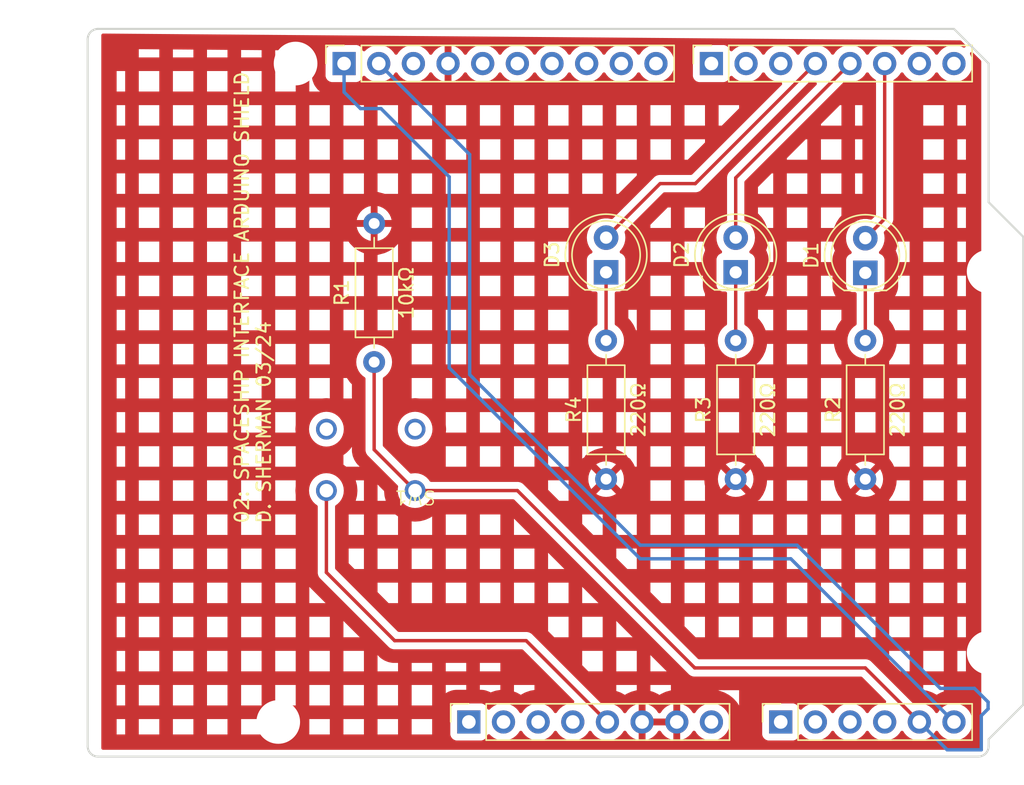
<source format=kicad_pcb>
(kicad_pcb (version 20240108) (generator "pcbnew") (generator_version "8.0")
  (title_block (date "mar. 31 mars 2015"))
  (layers (0 "F.Cu" signal) (31 "B.Cu" signal) (34 "B.Paste" user) (35 "F.Paste" user) (36 "B.SilkS" user "B.Silkscreen") (37 "F.SilkS" user "F.Silkscreen") (38 "B.Mask" user) (39 "F.Mask" user) (44 "Edge.Cuts" user))
  (net 0 "")
  (net 1 "GND")
  (net 3 "+5V")
  (net 4 "/IOREF")
  (net 5 "/A0")
  (net 6 "/A1")
  (net 7 "/A2")
  (net 8 "/A3")
  (net 9 "/SDA{slash}A4")
  (net 10 "/SCL{slash}A5")
  (net 11 "/13")
  (net 12 "/12")
  (net 13 "/AREF")
  (net 14 "/8")
  (net 15 "/7")
  (net 16 "/*11")
  (net 17 "/*10")
  (net 18 "/*9")
  (net 19 "/4")
  (net 20 "/2")
  (net 21 "/*6")
  (net 22 "/*5")
  (net 23 "/TX{slash}1")
  (net 24 "/*3")
  (net 25 "/RX{slash}0")
  (net 26 "+3V3")
  (net 27 "VCC")
  (net 28 "/~{RESET}")
  (net 29 "Net-(D1-K)")
  (net 30 "Net-(D2-K)")
  (net 31 "Net-(D3-K)")
  (footprint "Connector_PinSocket_2.54mm:PinSocket_1x08_P2.54mm_Vertical" (layer "F.Cu") (at 127.94 97.46 90)
    (property "Reference" "J1" (hide yes))
    (property "Value" "Power")
    (fp_line (start 1.33 -1.33) (end 1.33 0) (stroke (width 0.12)) (layer "F.SilkS"))
    (fp_line (start 0 -1.33) (end 1.33 -1.33) (stroke (width 0.12)) (layer "F.SilkS"))
    (fp_line (start 1.33 1.27) (end 1.33 19.11) (stroke (width 0.12)) (layer "F.SilkS"))
    (fp_line (start -1.33 1.27) (end 1.33 1.27) (stroke (width 0.12)) (layer "F.SilkS"))
    (fp_line (start -1.33 1.27) (end -1.33 19.11) (stroke (width 0.12)) (layer "F.SilkS"))
    (fp_line (start -1.33 19.11) (end 1.33 19.11) (stroke (width 0.12)) (layer "F.SilkS"))
    (pad "1" thru_hole rect (at 0 0 90) (size 1.7 1.7) (drill 1) (layers "*.Cu" "*.Mask"))
    (pad "2" thru_hole oval (at 0 2.54 90) (size 1.7 1.7) (drill 1) (layers "*.Cu" "*.Mask") (net 4 "/IOREF"))
    (pad "3" thru_hole oval (at 0 5.08 90) (size 1.7 1.7) (drill 1) (layers "*.Cu" "*.Mask") (net 28 "/~{RESET}"))
    (pad "4" thru_hole oval (at 0 7.62 90) (size 1.7 1.7) (drill 1) (layers "*.Cu" "*.Mask") (net 26 "+3V3"))
    (pad "5" thru_hole oval (at 0 10.16 90) (size 1.7 1.7) (drill 1) (layers "*.Cu" "*.Mask") (net 3 "+5V"))
    (pad "6" thru_hole oval (at 0 12.7 90) (size 1.7 1.7) (drill 1) (layers "*.Cu" "*.Mask") (net 1 "GND"))
    (pad "7" thru_hole oval (at 0 15.24 90) (size 1.7 1.7) (drill 1) (layers "*.Cu" "*.Mask") (net 1 "GND"))
    (pad "8" thru_hole oval (at 0 17.78 90) (size 1.7 1.7) (drill 1) (layers "*.Cu" "*.Mask") (net 27 "VCC"))
  )
  (footprint "Connector_PinSocket_2.54mm:PinSocket_1x06_P2.54mm_Vertical" (layer "F.Cu") (at 150.8 97.46 90)
    (property "Reference" "J3" (hide yes))
    (property "Value" "Analog")
    (fp_line (start 1.33 -1.33) (end 1.33 0) (stroke (width 0.12)) (layer "F.SilkS"))
    (fp_line (start 0 -1.33) (end 1.33 -1.33) (stroke (width 0.12)) (layer "F.SilkS"))
    (fp_line (start 1.33 1.27) (end 1.33 14.03) (stroke (width 0.12)) (layer "F.SilkS"))
    (fp_line (start -1.33 1.27) (end 1.33 1.27) (stroke (width 0.12)) (layer "F.SilkS"))
    (fp_line (start -1.33 1.27) (end -1.33 14.03) (stroke (width 0.12)) (layer "F.SilkS"))
    (fp_line (start -1.33 14.03) (end 1.33 14.03) (stroke (width 0.12)) (layer "F.SilkS"))
    (pad "1" thru_hole rect (at 0 0 90) (size 1.7 1.7) (drill 1) (layers "*.Cu" "*.Mask") (net 5 "/A0"))
    (pad "2" thru_hole oval (at 0 2.54 90) (size 1.7 1.7) (drill 1) (layers "*.Cu" "*.Mask") (net 6 "/A1"))
    (pad "3" thru_hole oval (at 0 5.08 90) (size 1.7 1.7) (drill 1) (layers "*.Cu" "*.Mask") (net 7 "/A2"))
    (pad "4" thru_hole oval (at 0 7.62 90) (size 1.7 1.7) (drill 1) (layers "*.Cu" "*.Mask") (net 8 "/A3"))
    (pad "5" thru_hole oval (at 0 10.16 90) (size 1.7 1.7) (drill 1) (layers "*.Cu" "*.Mask") (net 9 "/SDA{slash}A4"))
    (pad "6" thru_hole oval (at 0 12.7 90) (size 1.7 1.7) (drill 1) (layers "*.Cu" "*.Mask") (net 10 "/SCL{slash}A5"))
  )
  (footprint "Connector_PinSocket_2.54mm:PinSocket_1x10_P2.54mm_Vertical" (layer "F.Cu") (at 118.796 49.2 90)
    (property "Reference" "J2" (hide yes))
    (property "Value" "Digital/PWM")
    (fp_line (start 1.33 -1.33) (end 1.33 0) (stroke (width 0.12)) (layer "F.SilkS"))
    (fp_line (start 0 -1.33) (end 1.33 -1.33) (stroke (width 0.12)) (layer "F.SilkS"))
    (fp_line (start 1.33 1.27) (end 1.33 24.19) (stroke (width 0.12)) (layer "F.SilkS"))
    (fp_line (start -1.33 1.27) (end 1.33 1.27) (stroke (width 0.12)) (layer "F.SilkS"))
    (fp_line (start -1.33 1.27) (end -1.33 24.19) (stroke (width 0.12)) (layer "F.SilkS"))
    (fp_line (start -1.33 24.19) (end 1.33 24.19) (stroke (width 0.12)) (layer "F.SilkS"))
    (pad "1" thru_hole rect (at 0 0 90) (size 1.7 1.7) (drill 1) (layers "*.Cu" "*.Mask") (net 10 "/SCL{slash}A5"))
    (pad "2" thru_hole oval (at 0 2.54 90) (size 1.7 1.7) (drill 1) (layers "*.Cu" "*.Mask") (net 9 "/SDA{slash}A4"))
    (pad "3" thru_hole oval (at 0 5.08 90) (size 1.7 1.7) (drill 1) (layers "*.Cu" "*.Mask") (net 13 "/AREF"))
    (pad "4" thru_hole oval (at 0 7.62 90) (size 1.7 1.7) (drill 1) (layers "*.Cu" "*.Mask") (net 1 "GND"))
    (pad "5" thru_hole oval (at 0 10.16 90) (size 1.7 1.7) (drill 1) (layers "*.Cu" "*.Mask") (net 11 "/13"))
    (pad "6" thru_hole oval (at 0 12.7 90) (size 1.7 1.7) (drill 1) (layers "*.Cu" "*.Mask") (net 12 "/12"))
    (pad "7" thru_hole oval (at 0 15.24 90) (size 1.7 1.7) (drill 1) (layers "*.Cu" "*.Mask") (net 16 "/*11"))
    (pad "8" thru_hole oval (at 0 17.78 90) (size 1.7 1.7) (drill 1) (layers "*.Cu" "*.Mask") (net 17 "/*10"))
    (pad "9" thru_hole oval (at 0 20.32 90) (size 1.7 1.7) (drill 1) (layers "*.Cu" "*.Mask") (net 18 "/*9"))
    (pad "10" thru_hole oval (at 0 22.86 90) (size 1.7 1.7) (drill 1) (layers "*.Cu" "*.Mask") (net 14 "/8"))
  )
  (footprint "Connector_PinSocket_2.54mm:PinSocket_1x08_P2.54mm_Vertical" (layer "F.Cu") (at 145.72 49.2 90)
    (property "Reference" "J4" (hide yes))
    (property "Value" "Digital/PWM")
    (fp_line (start 1.33 -1.33) (end 1.33 0) (stroke (width 0.12)) (layer "F.SilkS"))
    (fp_line (start 0 -1.33) (end 1.33 -1.33) (stroke (width 0.12)) (layer "F.SilkS"))
    (fp_line (start 1.33 1.27) (end 1.33 19.11) (stroke (width 0.12)) (layer "F.SilkS"))
    (fp_line (start -1.33 1.27) (end 1.33 1.27) (stroke (width 0.12)) (layer "F.SilkS"))
    (fp_line (start -1.33 1.27) (end -1.33 19.11) (stroke (width 0.12)) (layer "F.SilkS"))
    (fp_line (start -1.33 19.11) (end 1.33 19.11) (stroke (width 0.12)) (layer "F.SilkS"))
    (pad "1" thru_hole rect (at 0 0 90) (size 1.7 1.7) (drill 1) (layers "*.Cu" "*.Mask") (net 15 "/7"))
    (pad "2" thru_hole oval (at 0 2.54 90) (size 1.7 1.7) (drill 1) (layers "*.Cu" "*.Mask") (net 21 "/*6"))
    (pad "3" thru_hole oval (at 0 5.08 90) (size 1.7 1.7) (drill 1) (layers "*.Cu" "*.Mask") (net 22 "/*5"))
    (pad "4" thru_hole oval (at 0 7.62 90) (size 1.7 1.7) (drill 1) (layers "*.Cu" "*.Mask") (net 19 "/4"))
    (pad "5" thru_hole oval (at 0 10.16 90) (size 1.7 1.7) (drill 1) (layers "*.Cu" "*.Mask") (net 24 "/*3"))
    (pad "6" thru_hole oval (at 0 12.7 90) (size 1.7 1.7) (drill 1) (layers "*.Cu" "*.Mask") (net 20 "/2"))
    (pad "7" thru_hole oval (at 0 15.24 90) (size 1.7 1.7) (drill 1) (layers "*.Cu" "*.Mask") (net 23 "/TX{slash}1"))
    (pad "8" thru_hole oval (at 0 17.78 90) (size 1.7 1.7) (drill 1) (layers "*.Cu" "*.Mask") (net 25 "/RX{slash}0"))
  )
  (footprint "Resistor_THT:R_Axial_DIN0207_L6.3mm_D2.5mm_P10.16mm_Horizontal" (layer "F.Cu") (at 121 71.08 90)
    (property "Reference" "R1" (at 5.08 -2.37 -90) (layer "F.SilkS"))
    (property "Value" "10kΩ" (at 5.08 2.37 -90) (layer "F.SilkS"))
    (fp_line (start 8.35 -1.37) (end 1.81 -1.37) (stroke (width 0.12)) (layer "F.SilkS"))
    (fp_line (start 1.81 -1.37) (end 1.81 1.37) (stroke (width 0.12)) (layer "F.SilkS"))
    (fp_line (start 9.12 0) (end 8.35 0) (stroke (width 0.12)) (layer "F.SilkS"))
    (fp_line (start 1.04 0) (end 1.81 0) (stroke (width 0.12)) (layer "F.SilkS"))
    (fp_line (start 8.35 1.37) (end 8.35 -1.37) (stroke (width 0.12)) (layer "F.SilkS"))
    (fp_line (start 1.81 1.37) (end 8.35 1.37) (stroke (width 0.12)) (layer "F.SilkS"))
    (pad "1" thru_hole circle (at 0 0 90) (size 1.6 1.6) (drill 0.8) (layers "*.Cu" "*.Mask") (net 9 "/SDA{slash}A4"))
    (pad "2" thru_hole oval (at 10.16 0 90) (size 1.6 1.6) (drill 0.8) (layers "*.Cu" "*.Mask") (net 1 "GND"))
  )
  (footprint "Resistor_THT:R_Axial_DIN0207_L6.3mm_D2.5mm_P10.16mm_Horizontal" (layer "F.Cu") (at 147.5 79.66 90)
    (property "Reference" "R3" (at 5.08 -2.37 -90) (layer "F.SilkS"))
    (property "Value" "220Ω" (at 5.08 2.37 -90) (layer "F.SilkS"))
    (fp_line (start 8.35 -1.37) (end 1.81 -1.37) (stroke (width 0.12)) (layer "F.SilkS"))
    (fp_line (start 1.81 -1.37) (end 1.81 1.37) (stroke (width 0.12)) (layer "F.SilkS"))
    (fp_line (start 9.12 0) (end 8.35 0) (stroke (width 0.12)) (layer "F.SilkS"))
    (fp_line (start 1.04 0) (end 1.81 0) (stroke (width 0.12)) (layer "F.SilkS"))
    (fp_line (start 8.35 1.37) (end 8.35 -1.37) (stroke (width 0.12)) (layer "F.SilkS"))
    (fp_line (start 1.81 1.37) (end 8.35 1.37) (stroke (width 0.12)) (layer "F.SilkS"))
    (pad "1" thru_hole circle (at 0 0 90) (size 1.6 1.6) (drill 0.8) (layers "*.Cu" "*.Mask") (net 1 "GND"))
    (pad "2" thru_hole oval (at 10.16 0 90) (size 1.6 1.6) (drill 0.8) (layers "*.Cu" "*.Mask") (net 30 "Net-(D2-K)"))
  )
  (footprint "LED_THT:LED_D5.0mm" (layer "F.Cu") (at 157 64.54 90)
    (property "Reference" "D1" (at 1.27 -3.96 -90) (layer "F.SilkS"))
    (property "Value" "LED")
    (fp_line (start -1.29 -1.545) (end -1.29 1.545) (stroke (width 0.12)) (layer "F.SilkS"))
    (fp_arc (start -1.29 -1.54483) (mid 2.072002 -2.880433) (end 4.26 0.000462) (stroke (width 0.12)) (layer "F.SilkS"))
    (fp_arc (start 4.26 -0.000462) (mid 2.072002 2.880433) (end -1.29 1.54483) (stroke (width 0.12)) (layer "F.SilkS"))
    (fp_circle (center 1.27 0) (end 3.77 0) (stroke (width 0.12)) (fill none) (layer "F.SilkS"))
    (pad "1" thru_hole rect (at 0 0 90) (size 1.8 1.8) (drill 0.9) (layers "*.Cu" "*.Mask") (net 29 "Net-(D1-K)"))
    (pad "2" thru_hole circle (at 2.54 0 90) (size 1.8 1.8) (drill 0.9) (layers "*.Cu" "*.Mask") (net 20 "/2"))
  )
  (footprint "LED_THT:LED_D5.0mm" (layer "F.Cu") (at 147.5 64.5 90)
    (property "Reference" "D2" (at 1.27 -3.96 -90) (layer "F.SilkS"))
    (property "Value" "LED")
    (fp_line (start -1.29 -1.545) (end -1.29 1.545) (stroke (width 0.12)) (layer "F.SilkS"))
    (fp_arc (start -1.29 -1.54483) (mid 2.072002 -2.880433) (end 4.26 0.000462) (stroke (width 0.12)) (layer "F.SilkS"))
    (fp_arc (start 4.26 -0.000462) (mid 2.072002 2.880433) (end -1.29 1.54483) (stroke (width 0.12)) (layer "F.SilkS"))
    (fp_circle (center 1.27 0) (end 3.77 0) (stroke (width 0.12)) (fill none) (layer "F.SilkS"))
    (pad "1" thru_hole rect (at 0 0 90) (size 1.8 1.8) (drill 0.9) (layers "*.Cu" "*.Mask") (net 30 "Net-(D2-K)"))
    (pad "2" thru_hole circle (at 2.54 0 90) (size 1.8 1.8) (drill 0.9) (layers "*.Cu" "*.Mask") (net 24 "/*3"))
  )
  (footprint "Arduino_MountingHole:MountingHole_3.2mm" (layer "F.Cu") (at 115.24 49.2)
    (property "Reference" "MH1" (hide yes))
    (property "Value" "MountingHole_3.2mm" (hide yes))
    (pad "" np_thru_hole circle (at 0 0) (size 3.2 3.2) (drill 3.2) (layers "*.Cu" "*.Mask"))
  )
  (footprint "Resistor_THT:R_Axial_DIN0207_L6.3mm_D2.5mm_P10.16mm_Horizontal" (layer "F.Cu") (at 138 79.66 90)
    (property "Reference" "R4" (at 5.08 -2.37 -90) (layer "F.SilkS"))
    (property "Value" "220Ω" (at 5.08 2.37 -90) (layer "F.SilkS"))
    (fp_line (start 8.35 -1.37) (end 1.81 -1.37) (stroke (width 0.12)) (layer "F.SilkS"))
    (fp_line (start 1.81 -1.37) (end 1.81 1.37) (stroke (width 0.12)) (layer "F.SilkS"))
    (fp_line (start 9.12 0) (end 8.35 0) (stroke (width 0.12)) (layer "F.SilkS"))
    (fp_line (start 1.04 0) (end 1.81 0) (stroke (width 0.12)) (layer "F.SilkS"))
    (fp_line (start 8.35 1.37) (end 8.35 -1.37) (stroke (width 0.12)) (layer "F.SilkS"))
    (fp_line (start 1.81 1.37) (end 8.35 1.37) (stroke (width 0.12)) (layer "F.SilkS"))
    (pad "1" thru_hole circle (at 0 0 90) (size 1.6 1.6) (drill 0.8) (layers "*.Cu" "*.Mask") (net 1 "GND"))
    (pad "2" thru_hole oval (at 10.16 0 90) (size 1.6 1.6) (drill 0.8) (layers "*.Cu" "*.Mask") (net 31 "Net-(D3-K)"))
  )
  (footprint "Resistor_THT:R_Axial_DIN0207_L6.3mm_D2.5mm_P10.16mm_Horizontal" (layer "F.Cu") (at 157 79.66 90)
    (property "Reference" "R2" (at 5.08 -2.37 -90) (layer "F.SilkS"))
    (property "Value" "220Ω" (at 5.08 2.37 -90) (layer "F.SilkS"))
    (fp_line (start 8.35 -1.37) (end 1.81 -1.37) (stroke (width 0.12)) (layer "F.SilkS"))
    (fp_line (start 1.81 -1.37) (end 1.81 1.37) (stroke (width 0.12)) (layer "F.SilkS"))
    (fp_line (start 9.12 0) (end 8.35 0) (stroke (width 0.12)) (layer "F.SilkS"))
    (fp_line (start 1.04 0) (end 1.81 0) (stroke (width 0.12)) (layer "F.SilkS"))
    (fp_line (start 8.35 1.37) (end 8.35 -1.37) (stroke (width 0.12)) (layer "F.SilkS"))
    (fp_line (start 1.81 1.37) (end 8.35 1.37) (stroke (width 0.12)) (layer "F.SilkS"))
    (pad "1" thru_hole circle (at 0 0 90) (size 1.6 1.6) (drill 0.8) (layers "*.Cu" "*.Mask") (net 1 "GND"))
    (pad "2" thru_hole oval (at 10.16 0 90) (size 1.6 1.6) (drill 0.8) (layers "*.Cu" "*.Mask") (net 29 "Net-(D1-K)"))
  )
  (footprint "LED_THT:LED_D5.0mm" (layer "F.Cu") (at 138 64.5 90)
    (property "Reference" "D3" (at 1.27 -3.96 -90) (layer "F.SilkS"))
    (property "Value" "LED")
    (fp_line (start -1.29 -1.545) (end -1.29 1.545) (stroke (width 0.12)) (layer "F.SilkS"))
    (fp_arc (start -1.29 -1.54483) (mid 2.072002 -2.880433) (end 4.26 0.000462) (stroke (width 0.12)) (layer "F.SilkS"))
    (fp_arc (start 4.26 -0.000462) (mid 2.072002 2.880433) (end -1.29 1.54483) (stroke (width 0.12)) (layer "F.SilkS"))
    (fp_circle (center 1.27 0) (end 3.77 0) (stroke (width 0.12)) (fill none) (layer "F.SilkS"))
    (pad "1" thru_hole rect (at 0 0 90) (size 1.8 1.8) (drill 0.9) (layers "*.Cu" "*.Mask") (net 31 "Net-(D3-K)"))
    (pad "2" thru_hole circle (at 2.54 0 90) (size 1.8 1.8) (drill 0.9) (layers "*.Cu" "*.Mask") (net 19 "/4"))
  )
  (footprint "myLibrary:TS02 push button" (layer "F.Cu") (at 124 80.5 180)
    (property "Reference" "SW1" (at 0 -0.5 180) (layer "F.SilkS") (effects (font (thickness 0.1))))
    (property "Value" "SW_Push")
    (pad "1" thru_hole circle (at 0 0 180) (size 1.524 1.524) (drill 1) (layers "*.Cu" "*.Mask") (net 9 "/SDA{slash}A4"))
    (pad "2" thru_hole circle (at 6.5 0 180) (size 1.524 1.524) (drill 1) (layers "*.Cu" "*.Mask") (net 3 "+5V"))
    (pad "3" thru_hole circle (at 6.5 4.5 180) (size 1.524 1.524) (drill 1) (layers "*.Cu" "*.Mask"))
    (pad "4" thru_hole circle (at 0 4.5 180) (size 1.524 1.524) (drill 1) (layers "*.Cu" "*.Mask"))
  )
  (footprint "Arduino_MountingHole:MountingHole_3.2mm" (layer "F.Cu") (at 113.97 97.46)
    (property "Reference" "MH2" (hide yes))
    (property "Value" "MountingHole_3.2mm" (hide yes))
    (pad "" np_thru_hole circle (at 0 0) (size 3.2 3.2) (drill 3.2) (layers "*.Cu" "*.Mask"))
  )
  (footprint "Arduino_MountingHole:MountingHole_3.2mm" (layer "F.Cu") (at 166.04 64.44)
    (property "Reference" "MH3" (hide yes))
    (property "Value" "MountingHole_3.2mm" (hide yes))
    (pad "" np_thru_hole circle (at 0 0) (size 3.2 3.2) (drill 3.2) (layers "*.Cu" "*.Mask"))
  )
  (footprint "Arduino_MountingHole:MountingHole_3.2mm" (layer "F.Cu") (at 166.04 92.38)
    (property "Reference" "MH4" (hide yes))
    (property "Value" "MountingHole_3.2mm" (hide yes))
    (pad "" np_thru_hole circle (at 0 0) (size 3.2 3.2) (drill 3.2) (layers "*.Cu" "*.Mask"))
  )
  (gr_line (start 166.04 59.36) (end 168.58 61.9) (stroke (width 0.15)) (layer "Edge.Cuts"))
  (gr_line (start 100 99.238) (end 100 47.422) (stroke (width 0.15)) (layer "Edge.Cuts"))
  (gr_line (start 168.58 61.9) (end 168.58 96.19) (stroke (width 0.15)) (layer "Edge.Cuts"))
  (gr_line (start 165.278 100) (end 100.762 100) (stroke (width 0.15)) (layer "Edge.Cuts"))
  (gr_line (start 100.762 46.66) (end 163.5 46.66) (stroke (width 0.15)) (layer "Edge.Cuts"))
  (gr_arc (start 100.762 100) (mid 100.223185 99.776815) (end 100 99.238) (stroke (width 0.15)) (layer "Edge.Cuts"))
  (gr_line (start 168.58 96.19) (end 166.04 98.73) (stroke (width 0.15)) (layer "Edge.Cuts"))
  (gr_line (start 163.5 46.66) (end 166.04 49.2) (stroke (width 0.15)) (layer "Edge.Cuts"))
  (gr_arc (start 166.04 99.238) (mid 165.816815 99.776815) (end 165.278 100) (stroke (width 0.15)) (layer "Edge.Cuts"))
  (gr_line (start 166.04 49.2) (end 166.04 59.36) (stroke (width 0.15)) (layer "Edge.Cuts"))
  (gr_line (start 166.04 98.73) (end 166.04 99.238) (stroke (width 0.15)) (layer "Edge.Cuts"))
  (gr_arc (start 100 47.422) (mid 100.223185 46.883185) (end 100.762 46.66) (stroke (width 0.15)) (layer "Edge.Cuts"))
  (gr_text "02: SPACESHIP INTERFACE ARDUINO SHIELD\nD. SHERMAN 03/24" (at 113.5 83 90) (layer "F.SilkS") (effects (font (size 1 1)) (justify left bottom)))
  (segment (start 117.5 86.5) (end 122.5 91.5) (width 0.25) (layer "F.Cu") (net 3))
  (segment (start 132.14 91.5) (end 138.1 97.46) (width 0.25) (layer "F.Cu") (net 3))
  (segment (start 117.5 80.5) (end 117.5 86.5) (width 0.25) (layer "F.Cu") (net 3))
  (segment (start 122.5 91.5) (end 132.14 91.5) (width 0.25) (layer "F.Cu") (net 3))
  (segment (start 124 80.5) (end 131.5 80.5) (width 0.25) (layer "F.Cu") (net 9))
  (segment (start 131.5 80.5) (end 144.5 93.5) (width 0.25) (layer "F.Cu") (net 9))
  (segment (start 121 77.5) (end 121 71.08) (width 0.25) (layer "F.Cu") (net 9))
  (segment (start 124 80.5) (end 121 77.5) (width 0.25) (layer "F.Cu") (net 9))
  (segment (start 144.5 93.5) (end 157 93.5) (width 0.25) (layer "F.Cu") (net 9))
  (segment (start 157 93.5) (end 160.96 97.46) (width 0.25) (layer "F.Cu") (net 9))
  (segment (start 165 95) (end 166 96) (width 0.25) (layer "B.Cu") (net 9))
  (segment (start 166 96.5) (end 165.5 97) (width 0.25) (layer "B.Cu") (net 9))
  (segment (start 165.5 97) (end 165.5 99.5) (width 0.25) (layer "B.Cu") (net 9))
  (segment (start 165.5 99.5) (end 163 99.5) (width 0.25) (layer "B.Cu") (net 9))
  (segment (start 128 55.864) (end 128 72) (width 0.25) (layer "B.Cu") (net 9))
  (segment (start 162.5 95) (end 165 95) (width 0.25) (layer "B.Cu") (net 9))
  (segment (start 152 84.5) (end 162.5 95) (width 0.25) (layer "B.Cu") (net 9))
  (segment (start 166 96) (end 166 96.5) (width 0.25) (layer "B.Cu") (net 9))
  (segment (start 128 72) (end 140.5 84.5) (width 0.25) (layer "B.Cu") (net 9))
  (segment (start 140.5 84.5) (end 152 84.5) (width 0.25) (layer "B.Cu") (net 9))
  (segment (start 163 99.5) (end 160.96 97.46) (width 0.25) (layer "B.Cu") (net 9))
  (segment (start 121.336 49.2) (end 128 55.864) (width 0.25) (layer "B.Cu") (net 9))
  (segment (start 163.5 97.46) (end 151.54 85.5) (width 0.25) (layer "B.Cu") (net 10))
  (segment (start 126.5 71.5) (end 126.5 57.5) (width 0.25) (layer "B.Cu") (net 10))
  (segment (start 151.54 85.5) (end 140.5 85.5) (width 0.25) (layer "B.Cu") (net 10))
  (segment (start 140.5 85.5) (end 126.5 71.5) (width 0.25) (layer "B.Cu") (net 10))
  (segment (start 121.5 52.5) (end 120 52.5) (width 0.25) (layer "B.Cu") (net 10))
  (segment (start 126.5 57.5) (end 121.5 52.5) (width 0.25) (layer "B.Cu") (net 10))
  (segment (start 118.796 51.296) (end 118.796 49.2) (width 0.25) (layer "B.Cu") (net 10))
  (segment (start 120 52.5) (end 118.796 51.296) (width 0.25) (layer "B.Cu") (net 10))
  (segment (start 153.34 49.2) (end 144.54 58) (width 0.25) (layer "F.Cu") (net 19))
  (segment (start 144.54 58) (end 141.96 58) (width 0.25) (layer "F.Cu") (net 19))
  (segment (start 141.96 58) (end 138 61.96) (width 0.25) (layer "F.Cu") (net 19))
  (segment (start 158.42 60.58) (end 157 62) (width 0.25) (layer "F.Cu") (net 20))
  (segment (start 158.42 49.2) (end 158.42 60.58) (width 0.25) (layer "F.Cu") (net 20))
  (segment (start 155.88 49.2) (end 147.5 57.58) (width 0.25) (layer "F.Cu") (net 24))
  (segment (start 147.5 57.58) (end 147.5 61.96) (width 0.25) (layer "F.Cu") (net 24))
  (segment (start 157 64.54) (end 157 69.5) (width 0.25) (layer "F.Cu") (net 29))
  (segment (start 147.5 64.5) (end 147.5 69.5) (width 0.25) (layer "F.Cu") (net 30))
  (segment (start 138 64.5) (end 138 69.5) (width 0.25) (layer "F.Cu") (net 31))
  (zone (net 1) (net_name "GND") (layer "F.Cu") (connect_pads (clearance 0.508)) (min_thickness 0.25) (fill yes (mode hatch) (thermal_gap 0.5) (thermal_bridge_width 0.5) (hatch_thickness 1) (hatch_gap 1.5) (hatch_orientation 0) (hatch_border_algorithm hatch_thickness) (hatch_min_hole_area 0.3))
    (polygon (pts (xy 101 47) (xy 164 47.5) (xy 165.5 49) (xy 165.5 99.5) (xy 101 99.5)))
  )
)
</source>
